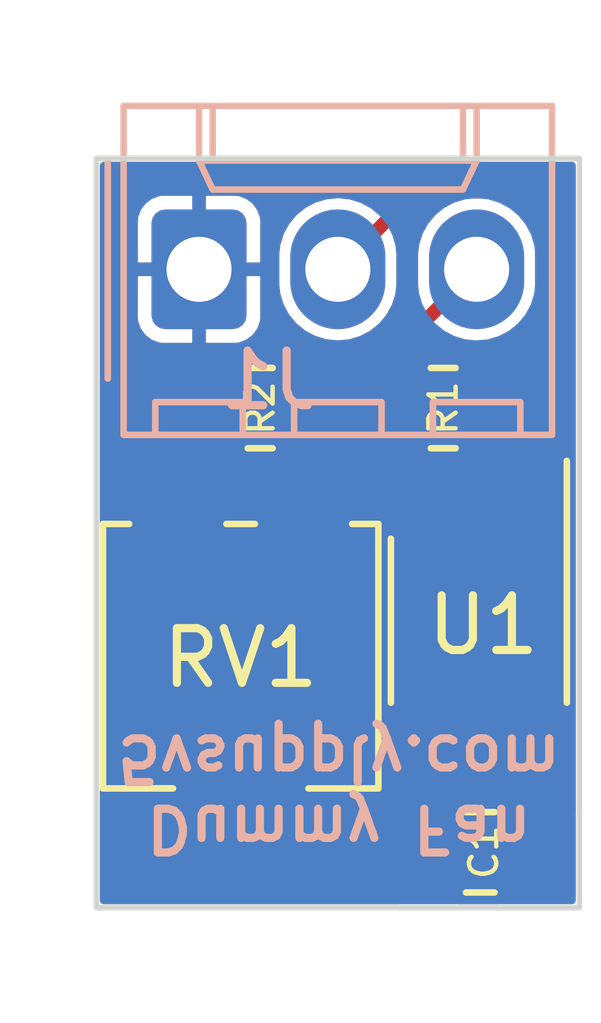
<source format=kicad_pcb>
(kicad_pcb (version 20211014) (generator pcbnew)
  (layers (0 "F.Cu" signal) (31 "B.Cu" signal) (34 "B.Paste" user) (35 "F.Paste" user) (36 "B.SilkS" user "B.Silkscreen") (37 "F.SilkS" user "F.Silkscreen") (38 "B.Mask" user) (39 "F.Mask" user) (44 "Edge.Cuts" user))
  (net 0 "")
  (net 1 "Net-(C1-Pad1)")
  (net 2 "GND")
  (net 3 "/TACH")
  (net 5 "Net-(RV1-Pad3)")
  (net 6 "+12V")
  (net 7 "Net-(U1-Pad4)")
  (footprint "Package_SO:MSOP-8_3x3mm_P0.65mm" (layer "F.Cu") (at 161.585 99.1405 -90)
    (fp_text reference "U1" (at 0.0805 -0.0808) (layer "F.SilkS"))
    (fp_text value "BD9555FVM")
    (fp_line (start 0 1.61) (end -1.5 1.61) (layer "F.SilkS") (width 0.12))
    (fp_line (start 0 1.61) (end 1.5 1.61) (layer "F.SilkS") (width 0.12))
    (fp_line (start 0 -1.61) (end 1.5 -1.61) (layer "F.SilkS") (width 0.12))
    (fp_line (start 0 -1.61) (end -2.925 -1.61) (layer "F.SilkS") (width 0.12))
    (pad "1" smd roundrect (at -2.1125 -0.975 270) (size 1.625 0.4) (layers "F.Cu" "F.Paste" "F.Mask") (net 6 "+12V"))
    (pad "2" smd roundrect (at -2.1125 -0.325 270) (size 1.625 0.4) (layers "F.Cu" "F.Paste" "F.Mask") (net 2 "GND"))
    (pad "3" smd roundrect (at -2.1125 0.325 270) (size 1.625 0.4) (layers "F.Cu" "F.Paste" "F.Mask"))
    (pad "4" smd roundrect (at -2.1125 0.975 270) (size 1.625 0.4) (layers "F.Cu" "F.Paste" "F.Mask") (net 7 "Net-(U1-Pad4)"))
    (pad "5" smd roundrect (at 2.1125 0.975 270) (size 1.625 0.4) (layers "F.Cu" "F.Paste" "F.Mask"))
    (pad "6" smd roundrect (at 2.1125 0.325 270) (size 1.625 0.4) (layers "F.Cu" "F.Paste" "F.Mask") (net 2 "GND"))
    (pad "7" smd roundrect (at 2.1125 -0.325 270) (size 1.625 0.4) (layers "F.Cu" "F.Paste" "F.Mask") (net 1 "Net-(C1-Pad1)"))
    (pad "8" smd roundrect (at 2.1125 -0.975 270) (size 1.625 0.4) (layers "F.Cu" "F.Paste" "F.Mask") (net 5 "Net-(RV1-Pad3)"))
  )
  (footprint "Capacitor_SMD:C_0805_2012Metric" (layer "F.Cu") (at 161.61 103.378)
    (fp_text reference "C1" (at 0.0656 0 90) (layer "F.SilkS") (effects (font (size 0.5 0.5) (thickness 0.08))))
    (fp_text value "1uF")
    (fp_line (start -0.261252 -0.735) (end 0.261252 -0.735) (layer "F.SilkS") (width 0.12))
    (fp_line (start -0.261252 0.735) (end 0.261252 0.735) (layer "F.SilkS") (width 0.12))
    (pad "1" smd roundrect (at -0.95 0) (size 1 1.45) (layers "F.Cu" "F.Paste" "F.Mask") (net 1 "Net-(C1-Pad1)"))
    (pad "2" smd roundrect (at 0.95 0) (size 1 1.45) (layers "F.Cu" "F.Paste" "F.Mask") (net 2 "GND"))
  )
  (footprint "Potentiometer_SMD:Potentiometer_Bourns_3224J_Horizontal" (layer "F.Cu") (at 157.226 99.79 90)
    (fp_text reference "RV1" (at -0.032 0) (layer "F.SilkS"))
    (fp_text value "10k")
    (fp_line (start -2.42 1.24) (end -2.42 2.52) (layer "F.SilkS") (width 0.12))
    (fp_line (start -2.42 -2.14) (end -2.42 -1.24) (layer "F.SilkS") (width 0.12))
    (fp_line (start -2.42 -2.14) (end -2.42 -1.24) (layer "F.SilkS") (width 0.12))
    (fp_line (start 2.42 -2.52) (end 2.42 -2.04) (layer "F.SilkS") (width 0.12))
    (fp_line (start 2.42 2.04) (end 2.42 2.52) (layer "F.SilkS") (width 0.12))
    (fp_line (start -2.42 -2.14) (end -2.42 -2.14) (layer "F.SilkS") (width 0.12))
    (fp_line (start 2.42 -0.26) (end 2.42 0.26) (layer "F.SilkS") (width 0.12))
    (fp_line (start -2.42 -2.52) (end -2.42 -1.24) (layer "F.SilkS") (width 0.12))
    (fp_line (start -2.42 -2.52) (end 2.42 -2.52) (layer "F.SilkS") (width 0.12))
    (fp_line (start -2.42 2.52) (end 2.42 2.52) (layer "F.SilkS") (width 0.12))
    (pad "1" smd rect (at 2 -1.15 90) (size 2 1.3) (layers "F.Cu" "F.Paste" "F.Mask"))
    (pad "2" smd rect (at -2 0 90) (size 2 2) (layers "F.Cu" "F.Paste" "F.Mask") (net 1 "Net-(C1-Pad1)"))
    (pad "3" smd rect (at 2 1.15 90) (size 2 1.3) (layers "F.Cu" "F.Paste" "F.Mask") (net 5 "Net-(RV1-Pad3)"))
  )
  (footprint "Resistor_SMD:R_0805_2012Metric" (layer "F.Cu") (at 157.5835 95.25 180)
    (fp_text reference "R2" (at 0 0 90) (layer "F.SilkS") (effects (font (size 0.5 0.5) (thickness 0.08))))
    (fp_text value "3.3k")
    (fp_line (start -0.227064 0.735) (end 0.227064 0.735) (layer "F.SilkS") (width 0.12))
    (fp_line (start -0.227064 -0.735) (end 0.227064 -0.735) (layer "F.SilkS") (width 0.12))
    (pad "1" smd roundrect (at -0.9125 0 180) (size 1.025 1.4) (layers "F.Cu" "F.Paste" "F.Mask") (roundrect_rratio 0.243902) (net 3 "/TACH"))
    (pad "2" smd roundrect (at 0.9125 0 180) (size 1.025 1.4) (layers "F.Cu" "F.Paste" "F.Mask") (roundrect_rratio 0.243902) (net 2 "GND"))
  )
  (footprint "Resistor_SMD:R_0805_2012Metric" (layer "F.Cu") (at 160.9325 95.25 180)
    (fp_text reference "R1" (at 0 0 90) (layer "F.SilkS") (effects (font (size 0.5 0.5) (thickness 0.08))))
    (fp_text value "8.7k")
    (fp_line (start -0.227064 0.735) (end 0.227064 0.735) (layer "F.SilkS") (width 0.12))
    (fp_line (start -0.227064 -0.735) (end 0.227064 -0.735) (layer "F.SilkS") (width 0.12))
    (pad "1" smd roundrect (at -0.9125 0 180) (size 1.025 1.4) (layers "F.Cu" "F.Paste" "F.Mask") (roundrect_rratio 0.243902) (net 7 "Net-(U1-Pad4)"))
    (pad "2" smd roundrect (at 0.9125 0 180) (size 1.025 1.4) (layers "F.Cu" "F.Paste" "F.Mask") (roundrect_rratio 0.243902) (net 3 "/TACH"))
  )
  (footprint "Connector_Molex:Molex_KK-254_AE-6410-03A_1x03_P2.54mm_Vertical" (layer "B.Cu") (at 156.464 92.71)
    (fp_text reference "J1" (at 1.27 2.032) (layer "B.SilkS") (effects (justify mirror)))
    (fp_text value "Conn_01x03")
    (fp_line (start 6.46 -2.99) (end 6.46 3.03) (layer "B.SilkS") (width 0.12))
    (fp_line (start 0.25 -1.46) (end 4.83 -1.46) (layer "B.SilkS") (width 0.12))
    (fp_line (start 6.46 3.03) (end -1.38 3.03) (layer "B.SilkS") (width 0.12))
    (fp_line (start 0 -1.99) (end 0.25 -1.46) (layer "B.SilkS") (width 0.12))
    (fp_line (start -0.8 3.03) (end -0.8 2.43) (layer "B.SilkS") (width 0.12))
    (fp_line (start 5.08 -1.99) (end 5.08 -2.99) (layer "B.SilkS") (width 0.12))
    (fp_line (start 3.34 2.43) (end 3.34 3.03) (layer "B.SilkS") (width 0.12))
    (fp_line (start 4.83 -1.46) (end 5.08 -1.99) (layer "B.SilkS") (width 0.12))
    (fp_line (start 4.83 -2.99) (end 4.83 -1.99) (layer "B.SilkS") (width 0.12))
    (fp_line (start 1.74 3.03) (end 1.74 2.43) (layer "B.SilkS") (width 0.12))
    (fp_line (start -1.38 3.03) (end -1.38 -2.99) (layer "B.SilkS") (width 0.12))
    (fp_line (start 0.8 2.43) (end 0.8 3.03) (layer "B.SilkS") (width 0.12))
    (fp_line (start 4.28 2.43) (end 5.88 2.43) (layer "B.SilkS") (width 0.12))
    (fp_line (start 4.28 3.03) (end 4.28 2.43) (layer "B.SilkS") (width 0.12))
    (fp_line (start 1.74 2.43) (end 3.34 2.43) (layer "B.SilkS") (width 0.12))
    (fp_line (start 0 -2.99) (end 0 -1.99) (layer "B.SilkS") (width 0.12))
    (fp_line (start 0 -1.99) (end 5.08 -1.99) (layer "B.SilkS") (width 0.12))
    (fp_line (start 0.25 -2.99) (end 0.25 -1.99) (layer "B.SilkS") (width 0.12))
    (fp_line (start 5.88 2.43) (end 5.88 3.03) (layer "B.SilkS") (width 0.12))
    (fp_line (start -1.38 -2.99) (end 6.46 -2.99) (layer "B.SilkS") (width 0.12))
    (fp_line (start -1.67 2) (end -1.67 -2) (layer "B.SilkS") (width 0.12))
    (fp_line (start -0.8 2.43) (end 0.8 2.43) (layer "B.SilkS") (width 0.12))
    (pad "1" thru_hole roundrect (at 0 0) (size 1.74 2.19) (drill 1.19) (layers *.Cu *.Mask) (roundrect_rratio 0.143678) (net 2 "GND"))
    (pad "2" thru_hole oval (at 2.54 0) (size 1.74 2.19) (drill 1.19) (layers *.Cu *.Mask) (net 6 "+12V"))
    (pad "3" thru_hole oval (at 5.08 0) (size 1.74 2.19) (drill 1.19) (layers *.Cu *.Mask) (net 3 "/TACH"))
  )
  (gr_rect (start 163.4236 90.678) (end 154.5844 104.394) (layer "Edge.Cuts") (width 0.1) (fill none))
  (gr_text "Dummy Fan\n5vsupply.com" (at 159.0248 102.2996 180) (layer "B.SilkS") (effects (font (size 0.8 0.8)) (justify mirror)))
  (segment (start 160.909 103.378) (end 160.66 103.378) (width 0.25) (layer "F.Cu") (net 1))
  (segment (start 161.91 102.377) (end 160.909 103.378) (width 0.25) (layer "F.Cu") (net 1))
  (segment (start 157.226 101.79) (end 158.432 101.79) (width 0.25) (layer "F.Cu") (net 1))
  (segment (start 160.02 103.378) (end 160.66 103.378) (width 0.25) (layer "F.Cu") (net 1))
  (segment (start 158.432 101.79) (end 160.02 103.378) (width 0.25) (layer "F.Cu") (net 1))
  (segment (start 161.91 101.253) (end 161.91 102.377) (width 0.25) (layer "F.Cu") (net 1))
  (segment (start 160.02 95.25) (end 158.496 95.25) (width 0.25) (layer "F.Cu") (net 3))
  (segment (start 161.544 92.71) (end 160.02 94.234) (width 0.25) (layer "F.Cu") (net 3))
  (segment (start 160.02 94.234) (end 160.02 95.25) (width 0.25) (layer "F.Cu") (net 3))
  (segment (start 158.376 97.79) (end 160.027 99.441) (width 0.25) (layer "F.Cu") (net 5))
  (segment (start 162.56 100.490139) (end 162.56 101.253) (width 0.25) (layer "F.Cu") (net 5))
  (segment (start 161.510861 99.441) (end 162.56 100.490139) (width 0.25) (layer "F.Cu") (net 5))
  (segment (start 160.027 99.441) (end 161.510861 99.441) (width 0.25) (layer "F.Cu") (net 5))
  (segment (start 162.56 97.028) (end 162.73852 96.84948) (width 0.25) (layer "F.Cu") (net 6))
  (segment (start 162.73852 91.74354) (end 162.28546 91.29048) (width 0.25) (layer "F.Cu") (net 6))
  (segment (start 160.42352 91.29048) (end 159.004 92.71) (width 0.25) (layer "F.Cu") (net 6))
  (segment (start 162.28546 91.29048) (end 160.42352 91.29048) (width 0.25) (layer "F.Cu") (net 6))
  (segment (start 162.73852 96.84948) (end 162.73852 91.74354) (width 0.25) (layer "F.Cu") (net 6))
  (segment (start 160.61 97.028) (end 160.61 96.265139) (width 0.25) (layer "F.Cu") (net 7))
  (segment (start 160.61 96.265139) (end 161.625139 95.25) (width 0.25) (layer "F.Cu") (net 7))
  (segment (start 161.625139 95.25) (end 161.845 95.25) (width 0.25) (layer "F.Cu") (net 7))
  (zone (net 2) (net_name "GND") (layers F&B.Cu) (connect_pads (clearance 0.064)) (min_thickness 0.128) (fill yes (thermal_gap 0.25) (thermal_bridge_width 0.25))
    (polygon (pts (xy 154.178 90.424) (xy 163.83 90.424) (xy 163.83 105.41) (xy 154.178 105.41)))
  )
)
</source>
